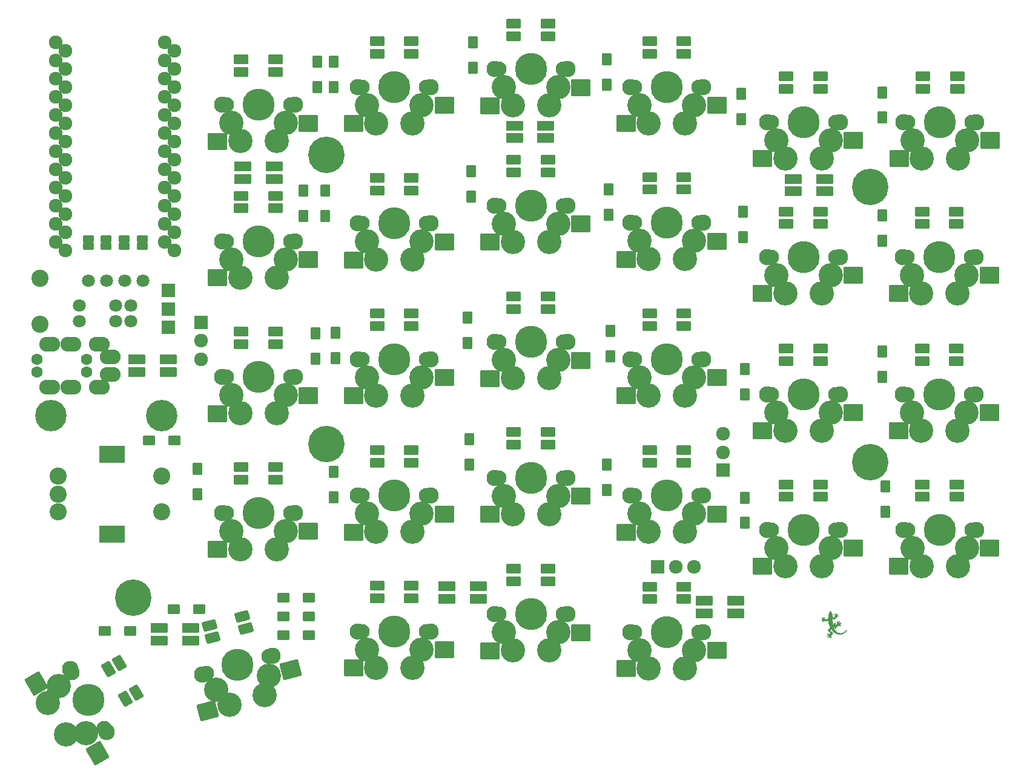
<source format=gbs>
G04 #@! TF.GenerationSoftware,KiCad,Pcbnew,8.0.4*
G04 #@! TF.CreationDate,2024-08-04T16:07:20+05:30*
G04 #@! TF.ProjectId,SofleKeyboard,536f666c-654b-4657-9962-6f6172642e6b,rev?*
G04 #@! TF.SameCoordinates,Original*
G04 #@! TF.FileFunction,Soldermask,Bot*
G04 #@! TF.FilePolarity,Negative*
%FSLAX46Y46*%
G04 Gerber Fmt 4.6, Leading zero omitted, Abs format (unit mm)*
G04 Created by KiCad (PCBNEW 8.0.4) date 2024-08-04 16:07:20*
%MOMM*%
%LPD*%
G01*
G04 APERTURE LIST*
G04 Aperture macros list*
%AMRoundRect*
0 Rectangle with rounded corners*
0 $1 Rounding radius*
0 $2 $3 $4 $5 $6 $7 $8 $9 X,Y pos of 4 corners*
0 Add a 4 corners polygon primitive as box body*
4,1,4,$2,$3,$4,$5,$6,$7,$8,$9,$2,$3,0*
0 Add four circle primitives for the rounded corners*
1,1,$1+$1,$2,$3*
1,1,$1+$1,$4,$5*
1,1,$1+$1,$6,$7*
1,1,$1+$1,$8,$9*
0 Add four rect primitives between the rounded corners*
20,1,$1+$1,$2,$3,$4,$5,0*
20,1,$1+$1,$4,$5,$6,$7,0*
20,1,$1+$1,$6,$7,$8,$9,0*
20,1,$1+$1,$8,$9,$2,$3,0*%
G04 Aperture macros list end*
%ADD10C,0.010000*%
%ADD11RoundRect,0.200000X-1.000000X-0.500000X1.000000X-0.500000X1.000000X0.500000X-1.000000X0.500000X0*%
%ADD12RoundRect,0.200000X1.000000X0.500000X-1.000000X0.500000X-1.000000X-0.500000X1.000000X-0.500000X0*%
%ADD13RoundRect,0.200000X-0.762000X0.762000X-0.762000X-0.762000X0.762000X-0.762000X0.762000X0.762000X0*%
%ADD14RoundRect,0.200000X0.762000X0.762000X-0.762000X0.762000X-0.762000X-0.762000X0.762000X-0.762000X0*%
%ADD15C,1.924000*%
%ADD16RoundRect,0.200000X0.762000X-0.762000X0.762000X0.762000X-0.762000X0.762000X-0.762000X-0.762000X0*%
%ADD17RoundRect,0.200000X0.800000X0.500000X-0.800000X0.500000X-0.800000X-0.500000X0.800000X-0.500000X0*%
%ADD18C,3.400000*%
%ADD19C,4.500000*%
%ADD20RoundRect,0.200000X-1.150000X-1.000000X1.150000X-1.000000X1.150000X1.000000X-1.150000X1.000000X0*%
%ADD21C,2.100000*%
%ADD22C,2.300000*%
%ADD23RoundRect,0.200000X-0.650000X-0.475000X0.650000X-0.475000X0.650000X0.475000X-0.650000X0.475000X0*%
%ADD24RoundRect,0.200000X-0.475000X0.650000X-0.475000X-0.650000X0.475000X-0.650000X0.475000X0.650000X0*%
%ADD25RoundRect,0.200000X-0.851996X-1.263568X1.369634X-0.668284X0.851996X1.263568X-1.369634X0.668284X0*%
%ADD26RoundRect,0.200000X0.643331X0.690018X-0.902150X0.275908X-0.643331X-0.690018X0.902150X-0.275908X0*%
%ADD27RoundRect,0.200000X-1.441025X0.495929X-0.291025X-1.495929X1.441025X-0.495929X0.291025X1.495929X0*%
%ADD28RoundRect,0.200000X0.833013X-0.442820X0.033013X0.942820X-0.833013X0.442820X-0.033013X-0.942820X0*%
%ADD29C,4.400000*%
%ADD30C,1.797000*%
%ADD31C,2.400000*%
%ADD32RoundRect,0.200000X0.571500X-0.317500X0.571500X0.317500X-0.571500X0.317500X-0.571500X-0.317500X0*%
%ADD33C,5.100000*%
%ADD34RoundRect,0.200000X-1.600000X-1.000000X1.600000X-1.000000X1.600000X1.000000X-1.600000X1.000000X0*%
%ADD35C,1.600000*%
%ADD36O,2.900000X2.100000*%
G04 APERTURE END LIST*
D10*
X200453310Y-120888130D02*
X200482944Y-120917000D01*
X200516293Y-120970369D01*
X200554984Y-121048200D01*
X200577912Y-121095136D01*
X200603123Y-121141243D01*
X200623731Y-121172905D01*
X200637070Y-121185656D01*
X200651030Y-121196906D01*
X200657379Y-121230106D01*
X200657856Y-121238687D01*
X200666004Y-121279579D01*
X200680982Y-121321798D01*
X200690156Y-121344398D01*
X200696653Y-121370671D01*
X200699095Y-121403072D01*
X200697900Y-121447974D01*
X200693489Y-121511748D01*
X200690395Y-121558997D01*
X200688666Y-121608246D01*
X200689221Y-121643248D01*
X200692111Y-121658482D01*
X200692119Y-121658489D01*
X200706536Y-121667270D01*
X200738738Y-121685129D01*
X200783962Y-121709472D01*
X200837448Y-121737703D01*
X200973345Y-121808792D01*
X201043770Y-121698371D01*
X201048112Y-121691517D01*
X201083771Y-121630604D01*
X201106347Y-121582520D01*
X201114248Y-121550606D01*
X201113115Y-121533538D01*
X201104991Y-121490432D01*
X201090975Y-121440127D01*
X201073371Y-121389017D01*
X201054483Y-121343496D01*
X201036615Y-121309956D01*
X201022070Y-121294792D01*
X201012457Y-121290056D01*
X201002679Y-121272096D01*
X201010547Y-121252634D01*
X201033964Y-121241134D01*
X201055069Y-121243779D01*
X201070565Y-121266350D01*
X201077534Y-121283913D01*
X201099873Y-121321085D01*
X201128007Y-121353866D01*
X201156212Y-121376149D01*
X201178767Y-121381826D01*
X201179545Y-121381617D01*
X201194331Y-121372301D01*
X201202076Y-121350675D01*
X201205176Y-121310243D01*
X201205672Y-121288178D01*
X201205747Y-121245843D01*
X201204663Y-121216273D01*
X201204517Y-121210944D01*
X201214085Y-121186782D01*
X201234824Y-121176958D01*
X201257711Y-121186530D01*
X201265240Y-121198657D01*
X201259225Y-121223141D01*
X201253722Y-121243780D01*
X201256625Y-121280960D01*
X201268212Y-121321074D01*
X201285541Y-121354677D01*
X201305673Y-121372326D01*
X201308464Y-121373000D01*
X201336235Y-121369215D01*
X201371663Y-121353735D01*
X201406809Y-121331479D01*
X201433728Y-121307368D01*
X201444478Y-121286325D01*
X201448594Y-121272952D01*
X201470299Y-121264100D01*
X201490760Y-121267707D01*
X201502254Y-121283914D01*
X201493510Y-121310940D01*
X201464694Y-121346352D01*
X201432369Y-121380287D01*
X201402215Y-121419205D01*
X201388787Y-121450641D01*
X201389706Y-121478797D01*
X201392447Y-121488136D01*
X201399653Y-121499407D01*
X201414705Y-121504548D01*
X201443423Y-121504864D01*
X201491626Y-121501660D01*
X201524833Y-121499504D01*
X201562816Y-121499194D01*
X201583761Y-121503451D01*
X201592724Y-121512834D01*
X201594323Y-121518218D01*
X201589990Y-121543098D01*
X201571121Y-121558383D01*
X201546142Y-121556222D01*
X201539143Y-121554370D01*
X201508821Y-121556210D01*
X201464920Y-121565384D01*
X201414328Y-121580003D01*
X201363934Y-121598180D01*
X201320628Y-121618026D01*
X201315633Y-121622004D01*
X201295012Y-121642470D01*
X201262837Y-121676596D01*
X201222420Y-121720667D01*
X201177074Y-121770970D01*
X201130114Y-121823791D01*
X201084851Y-121875416D01*
X201044600Y-121922131D01*
X201012673Y-121960222D01*
X200992384Y-121985975D01*
X200992197Y-121986078D01*
X200978931Y-121980956D01*
X200948275Y-121965695D01*
X200904551Y-121942523D01*
X200852083Y-121913667D01*
X200847535Y-121911130D01*
X200795527Y-121882606D01*
X200752534Y-121859906D01*
X200722911Y-121845274D01*
X200711012Y-121840954D01*
X200710727Y-121846417D01*
X200711960Y-121873560D01*
X200715052Y-121920233D01*
X200719745Y-121982878D01*
X200725780Y-122057940D01*
X200732899Y-122141862D01*
X200732984Y-122142839D01*
X200741936Y-122251382D01*
X200748035Y-122340471D01*
X200751458Y-122415824D01*
X200752378Y-122483160D01*
X200750971Y-122548195D01*
X200747411Y-122616650D01*
X200745982Y-122639527D01*
X200742419Y-122700832D01*
X200739909Y-122750703D01*
X200738669Y-122784505D01*
X200738917Y-122797601D01*
X200739515Y-122797436D01*
X200752903Y-122787023D01*
X200781619Y-122762530D01*
X200822808Y-122726453D01*
X200873615Y-122681288D01*
X200931185Y-122629530D01*
X200942965Y-122618897D01*
X200999878Y-122567903D01*
X201049816Y-122523761D01*
X201089830Y-122489038D01*
X201116972Y-122466297D01*
X201128292Y-122458104D01*
X201130224Y-122461783D01*
X201135513Y-122485697D01*
X201142524Y-122528172D01*
X201150573Y-122584901D01*
X201158977Y-122651575D01*
X201163474Y-122689826D01*
X201172880Y-122769814D01*
X201180831Y-122826767D01*
X201189070Y-122862168D01*
X201199338Y-122877498D01*
X201213377Y-122874241D01*
X201232930Y-122853877D01*
X201259737Y-122817889D01*
X201295542Y-122767758D01*
X201393700Y-122631608D01*
X201393700Y-122500131D01*
X201393631Y-122484894D01*
X201391323Y-122418609D01*
X201386015Y-122370301D01*
X201378074Y-122343632D01*
X201376492Y-122341045D01*
X201369497Y-122318616D01*
X201382942Y-122298115D01*
X201400696Y-122287270D01*
X201426489Y-122288385D01*
X201445173Y-122304694D01*
X201447978Y-122331672D01*
X201447255Y-122350878D01*
X201452711Y-122388956D01*
X201463835Y-122433438D01*
X201474837Y-122467615D01*
X201486971Y-122494183D01*
X201500593Y-122506006D01*
X201519885Y-122508700D01*
X201535673Y-122506838D01*
X201551789Y-122496435D01*
X201567687Y-122472297D01*
X201587726Y-122429325D01*
X201604716Y-122387628D01*
X201617439Y-122350947D01*
X201622302Y-122329206D01*
X201623057Y-122323549D01*
X201637720Y-122306461D01*
X201662197Y-122300544D01*
X201684730Y-122309509D01*
X201693593Y-122321306D01*
X201695731Y-122350124D01*
X201673713Y-122379664D01*
X201660888Y-122396249D01*
X201647785Y-122436065D01*
X201644282Y-122483250D01*
X201650729Y-122527710D01*
X201667477Y-122559347D01*
X201670251Y-122562075D01*
X201684810Y-122573658D01*
X201701505Y-122577600D01*
X201727794Y-122574226D01*
X201771134Y-122563859D01*
X201805346Y-122554069D01*
X201842035Y-122537818D01*
X201857715Y-122519935D01*
X201865284Y-122505471D01*
X201886202Y-122496845D01*
X201911860Y-122511239D01*
X201925620Y-122536868D01*
X201923089Y-122563337D01*
X201904875Y-122579602D01*
X201882810Y-122588466D01*
X201846133Y-122605441D01*
X201802846Y-122626828D01*
X201776246Y-122641400D01*
X201731487Y-122674683D01*
X201711706Y-122706468D01*
X201717079Y-122736536D01*
X201718549Y-122738486D01*
X201739660Y-122753477D01*
X201775521Y-122771207D01*
X201817757Y-122788243D01*
X201857992Y-122801155D01*
X201887849Y-122806509D01*
X201901259Y-122808520D01*
X201922059Y-122824377D01*
X201924869Y-122848751D01*
X201907144Y-122872883D01*
X201904041Y-122875093D01*
X201883564Y-122882646D01*
X201862931Y-122870043D01*
X201860263Y-122867934D01*
X201830281Y-122856016D01*
X201783143Y-122847253D01*
X201725859Y-122842064D01*
X201665441Y-122840868D01*
X201608900Y-122844084D01*
X201563249Y-122852132D01*
X201546657Y-122857608D01*
X201523450Y-122868680D01*
X201496893Y-122886058D01*
X201464080Y-122912089D01*
X201422106Y-122949121D01*
X201368065Y-122999500D01*
X201299052Y-123065576D01*
X201095250Y-123262109D01*
X201079662Y-123098129D01*
X201078788Y-123088971D01*
X201072716Y-123027084D01*
X201067286Y-122974592D01*
X201063064Y-122936795D01*
X201060612Y-122918991D01*
X201060033Y-122918175D01*
X201047049Y-122923572D01*
X201019949Y-122943325D01*
X200982251Y-122974694D01*
X200937475Y-123014936D01*
X200817800Y-123126039D01*
X200891846Y-123252344D01*
X200939141Y-123331556D01*
X201002330Y-123431122D01*
X201060488Y-123513490D01*
X201116659Y-123582288D01*
X201173883Y-123641145D01*
X201235204Y-123693689D01*
X201303663Y-123743550D01*
X201323675Y-123756812D01*
X201407416Y-123806592D01*
X201499007Y-123853771D01*
X201589275Y-123893860D01*
X201669045Y-123922369D01*
X201710149Y-123933173D01*
X201840726Y-123950823D01*
X201975949Y-123945852D01*
X202112029Y-123918911D01*
X202245176Y-123870651D01*
X202371600Y-123801721D01*
X202377237Y-123797981D01*
X202425601Y-123761569D01*
X202484138Y-123711931D01*
X202547225Y-123654340D01*
X202609239Y-123594071D01*
X202664556Y-123536400D01*
X202707554Y-123486600D01*
X202742790Y-123442150D01*
X202713517Y-123492950D01*
X202653546Y-123587309D01*
X202549276Y-123717106D01*
X202431298Y-123828765D01*
X202301703Y-123920877D01*
X202162582Y-123992030D01*
X202016028Y-124040813D01*
X201864133Y-124065816D01*
X201820897Y-124067808D01*
X201731482Y-124065588D01*
X201633428Y-124056921D01*
X201536598Y-124042799D01*
X201450850Y-124024214D01*
X201379512Y-124000837D01*
X201294379Y-123965697D01*
X201205824Y-123923371D01*
X201122406Y-123877960D01*
X201052686Y-123833560D01*
X200985140Y-123781026D01*
X200899314Y-123703183D01*
X200815742Y-123616610D01*
X200741092Y-123528294D01*
X200682034Y-123445224D01*
X200660673Y-123411764D01*
X200634102Y-123371920D01*
X200614460Y-123344630D01*
X200604916Y-123334448D01*
X200595078Y-123340976D01*
X200570210Y-123361801D01*
X200534554Y-123393541D01*
X200492117Y-123432707D01*
X200387054Y-123531215D01*
X200563352Y-123691490D01*
X200606475Y-123730471D01*
X200668632Y-123786338D01*
X200714802Y-123829081D01*
X200746202Y-123861818D01*
X200764048Y-123887667D01*
X200769555Y-123909746D01*
X200763940Y-123931175D01*
X200748419Y-123955072D01*
X200724207Y-123984556D01*
X200692522Y-124022744D01*
X200687233Y-124029327D01*
X200632009Y-124098374D01*
X200590422Y-124152149D01*
X200560389Y-124194843D01*
X200539827Y-124230648D01*
X200526652Y-124263756D01*
X200518783Y-124298358D01*
X200514137Y-124338646D01*
X200510631Y-124388811D01*
X200508114Y-124431383D01*
X200506549Y-124479159D01*
X200508115Y-124509795D01*
X200513189Y-124528222D01*
X200522148Y-124539370D01*
X200534642Y-124555782D01*
X200529387Y-124580133D01*
X200524427Y-124587697D01*
X200501559Y-124602110D01*
X200477007Y-124599417D01*
X200459364Y-124582634D01*
X200457219Y-124554780D01*
X200457604Y-124532470D01*
X200451485Y-124493116D01*
X200439923Y-124447305D01*
X200437491Y-124439235D01*
X200424448Y-124399456D01*
X200413576Y-124378440D01*
X200401062Y-124371182D01*
X200383093Y-124372674D01*
X200364600Y-124379869D01*
X200343506Y-124402148D01*
X200321801Y-124443925D01*
X200311004Y-124469388D01*
X200294467Y-124512443D01*
X200284142Y-124544699D01*
X200274892Y-124564570D01*
X200253416Y-124577086D01*
X200229482Y-124569723D01*
X200210780Y-124542693D01*
X200208827Y-124537066D01*
X200207346Y-124516329D01*
X200223693Y-124506700D01*
X200231566Y-124503337D01*
X200246295Y-124483200D01*
X200255471Y-124442609D01*
X200261224Y-124394397D01*
X200261914Y-124361828D01*
X200256588Y-124339540D01*
X200244582Y-124320067D01*
X200243666Y-124318867D01*
X200231851Y-124307023D01*
X200215854Y-124302285D01*
X200188800Y-124304096D01*
X200143811Y-124311899D01*
X200142650Y-124312119D01*
X200093766Y-124323518D01*
X200065561Y-124335989D01*
X200053420Y-124351557D01*
X200053396Y-124351630D01*
X200036412Y-124371340D01*
X200010264Y-124373852D01*
X199985336Y-124358159D01*
X199976520Y-124331960D01*
X199988914Y-124307217D01*
X200019128Y-124291067D01*
X200040828Y-124283330D01*
X200079605Y-124265607D01*
X200122502Y-124243095D01*
X200127248Y-124240414D01*
X200167546Y-124214699D01*
X200189345Y-124192615D01*
X200197510Y-124169379D01*
X200198187Y-124158357D01*
X200192957Y-124140044D01*
X200174477Y-124123540D01*
X200137607Y-124103161D01*
X200111650Y-124091359D01*
X200068523Y-124076577D01*
X200035223Y-124070800D01*
X200034469Y-124070798D01*
X200007769Y-124069205D01*
X199996700Y-124065488D01*
X199995957Y-124061187D01*
X199989620Y-124041726D01*
X199989905Y-124025517D01*
X200003929Y-124001885D01*
X200017432Y-123990003D01*
X200031698Y-123989050D01*
X200052285Y-124005604D01*
X200057930Y-124010443D01*
X200076538Y-124020895D01*
X200103724Y-124027641D01*
X200145093Y-124031721D01*
X200206250Y-124034175D01*
X200272106Y-124034321D01*
X200338164Y-124029922D01*
X200384050Y-124020839D01*
X200410392Y-124009657D01*
X200448223Y-123988821D01*
X200487225Y-123963763D01*
X200521520Y-123938562D01*
X200545229Y-123917292D01*
X200552476Y-123904032D01*
X200549763Y-123901136D01*
X200530314Y-123885088D01*
X200494696Y-123857436D01*
X200445882Y-123820442D01*
X200386842Y-123776368D01*
X200320550Y-123727476D01*
X200288047Y-123703513D01*
X200225475Y-123656601D01*
X200171993Y-123615460D01*
X200130480Y-123582363D01*
X200103814Y-123559580D01*
X200094872Y-123549381D01*
X200097203Y-123545217D01*
X200112013Y-123523114D01*
X200138569Y-123485125D01*
X200174707Y-123434305D01*
X200218262Y-123373707D01*
X200267070Y-123306386D01*
X200291783Y-123272410D01*
X200338858Y-123207531D01*
X200379981Y-123150643D01*
X200412897Y-123104880D01*
X200435350Y-123073371D01*
X200445086Y-123059249D01*
X200445192Y-123055605D01*
X200437679Y-123032389D01*
X200420395Y-122991654D01*
X200394926Y-122936857D01*
X200362854Y-122871453D01*
X200325765Y-122798899D01*
X200197707Y-122553150D01*
X200217805Y-122230310D01*
X200222370Y-122154805D01*
X200226908Y-122074278D01*
X200230431Y-122005393D01*
X200232775Y-121951575D01*
X200233779Y-121916252D01*
X200233282Y-121902847D01*
X200231996Y-121903425D01*
X200220250Y-121918227D01*
X200198652Y-121949739D01*
X200169719Y-121994209D01*
X200135967Y-122047887D01*
X200125132Y-122065373D01*
X200092541Y-122117852D01*
X200065703Y-122160898D01*
X200047150Y-122190453D01*
X200039418Y-122202461D01*
X200036802Y-122202888D01*
X200014656Y-122201395D01*
X199973812Y-122196728D01*
X199918814Y-122189436D01*
X199854206Y-122180069D01*
X199831427Y-122176677D01*
X199765515Y-122167294D01*
X199708189Y-122159741D01*
X199664951Y-122154720D01*
X199641304Y-122152933D01*
X199612187Y-122158507D01*
X199570037Y-122173484D01*
X199521362Y-122194819D01*
X199472227Y-122219464D01*
X199428698Y-122244374D01*
X199396838Y-122266503D01*
X199382713Y-122282805D01*
X199375276Y-122297040D01*
X199353076Y-122303299D01*
X199352772Y-122303239D01*
X199335536Y-122291321D01*
X199326030Y-122270531D01*
X199326499Y-122250785D01*
X199339190Y-122242000D01*
X199345659Y-122240755D01*
X199369735Y-122226069D01*
X199397855Y-122200156D01*
X199424006Y-122169735D01*
X199442176Y-122141525D01*
X199446352Y-122122245D01*
X199429955Y-122110373D01*
X199396957Y-122103474D01*
X199355843Y-122101960D01*
X199315059Y-122106136D01*
X199283050Y-122116311D01*
X199264293Y-122121722D01*
X199243263Y-122111269D01*
X199234895Y-122081433D01*
X199234903Y-122080685D01*
X199245731Y-122064223D01*
X199268412Y-122056743D01*
X199290285Y-122062560D01*
X199291945Y-122063635D01*
X199314045Y-122064061D01*
X199346608Y-122053490D01*
X199381210Y-122036072D01*
X199409425Y-122015955D01*
X199422828Y-121997289D01*
X199417882Y-121973800D01*
X199399304Y-121941604D01*
X199373193Y-121909034D01*
X199345777Y-121883822D01*
X199323283Y-121873700D01*
X199310657Y-121872436D01*
X199291387Y-121858223D01*
X199293168Y-121830396D01*
X199298653Y-121818898D01*
X199308243Y-121812548D01*
X199324994Y-121816692D01*
X199353450Y-121832694D01*
X199398155Y-121861918D01*
X199448689Y-121892678D01*
X199486268Y-121906956D01*
X199510299Y-121902353D01*
X199523054Y-121878386D01*
X199526800Y-121834571D01*
X199526078Y-121814532D01*
X199520510Y-121774125D01*
X199511244Y-121746844D01*
X199502289Y-121725419D01*
X199510390Y-121707230D01*
X199514426Y-121703704D01*
X199537361Y-121698151D01*
X199556739Y-121711887D01*
X199564900Y-121740268D01*
X199568489Y-121760730D01*
X199582676Y-121801187D01*
X199604154Y-121849484D01*
X199629151Y-121897920D01*
X199653898Y-121938792D01*
X199674624Y-121964398D01*
X199686444Y-121971356D01*
X199717868Y-121984549D01*
X199761363Y-122000200D01*
X199810942Y-122016447D01*
X199860616Y-122031427D01*
X199904396Y-122043278D01*
X199936296Y-122050137D01*
X199950326Y-122050143D01*
X199958252Y-122039744D01*
X199979213Y-122012224D01*
X200010675Y-121970909D01*
X200050145Y-121919074D01*
X200095128Y-121859995D01*
X200236102Y-121674841D01*
X200217342Y-121531171D01*
X200216384Y-121523805D01*
X200208835Y-121461743D01*
X200205222Y-121418171D01*
X200205574Y-121387074D01*
X200209920Y-121362436D01*
X200218292Y-121338243D01*
X200220730Y-121331809D01*
X200233003Y-121286612D01*
X200238000Y-121244792D01*
X200238008Y-121243160D01*
X200242487Y-121212147D01*
X200253875Y-121200595D01*
X200254388Y-121200526D01*
X200265261Y-121187691D01*
X200282259Y-121155842D01*
X200303156Y-121109544D01*
X200325722Y-121053363D01*
X200339394Y-121018368D01*
X200370434Y-120948878D01*
X200398682Y-120904032D01*
X200425765Y-120883795D01*
X200453310Y-120888130D01*
G36*
X200453310Y-120888130D02*
G01*
X200482944Y-120917000D01*
X200516293Y-120970369D01*
X200554984Y-121048200D01*
X200577912Y-121095136D01*
X200603123Y-121141243D01*
X200623731Y-121172905D01*
X200637070Y-121185656D01*
X200651030Y-121196906D01*
X200657379Y-121230106D01*
X200657856Y-121238687D01*
X200666004Y-121279579D01*
X200680982Y-121321798D01*
X200690156Y-121344398D01*
X200696653Y-121370671D01*
X200699095Y-121403072D01*
X200697900Y-121447974D01*
X200693489Y-121511748D01*
X200690395Y-121558997D01*
X200688666Y-121608246D01*
X200689221Y-121643248D01*
X200692111Y-121658482D01*
X200692119Y-121658489D01*
X200706536Y-121667270D01*
X200738738Y-121685129D01*
X200783962Y-121709472D01*
X200837448Y-121737703D01*
X200973345Y-121808792D01*
X201043770Y-121698371D01*
X201048112Y-121691517D01*
X201083771Y-121630604D01*
X201106347Y-121582520D01*
X201114248Y-121550606D01*
X201113115Y-121533538D01*
X201104991Y-121490432D01*
X201090975Y-121440127D01*
X201073371Y-121389017D01*
X201054483Y-121343496D01*
X201036615Y-121309956D01*
X201022070Y-121294792D01*
X201012457Y-121290056D01*
X201002679Y-121272096D01*
X201010547Y-121252634D01*
X201033964Y-121241134D01*
X201055069Y-121243779D01*
X201070565Y-121266350D01*
X201077534Y-121283913D01*
X201099873Y-121321085D01*
X201128007Y-121353866D01*
X201156212Y-121376149D01*
X201178767Y-121381826D01*
X201179545Y-121381617D01*
X201194331Y-121372301D01*
X201202076Y-121350675D01*
X201205176Y-121310243D01*
X201205672Y-121288178D01*
X201205747Y-121245843D01*
X201204663Y-121216273D01*
X201204517Y-121210944D01*
X201214085Y-121186782D01*
X201234824Y-121176958D01*
X201257711Y-121186530D01*
X201265240Y-121198657D01*
X201259225Y-121223141D01*
X201253722Y-121243780D01*
X201256625Y-121280960D01*
X201268212Y-121321074D01*
X201285541Y-121354677D01*
X201305673Y-121372326D01*
X201308464Y-121373000D01*
X201336235Y-121369215D01*
X201371663Y-121353735D01*
X201406809Y-121331479D01*
X201433728Y-121307368D01*
X201444478Y-121286325D01*
X201448594Y-121272952D01*
X201470299Y-121264100D01*
X201490760Y-121267707D01*
X201502254Y-121283914D01*
X201493510Y-121310940D01*
X201464694Y-121346352D01*
X201432369Y-121380287D01*
X201402215Y-121419205D01*
X201388787Y-121450641D01*
X201389706Y-121478797D01*
X201392447Y-121488136D01*
X201399653Y-121499407D01*
X201414705Y-121504548D01*
X201443423Y-121504864D01*
X201491626Y-121501660D01*
X201524833Y-121499504D01*
X201562816Y-121499194D01*
X201583761Y-121503451D01*
X201592724Y-121512834D01*
X201594323Y-121518218D01*
X201589990Y-121543098D01*
X201571121Y-121558383D01*
X201546142Y-121556222D01*
X201539143Y-121554370D01*
X201508821Y-121556210D01*
X201464920Y-121565384D01*
X201414328Y-121580003D01*
X201363934Y-121598180D01*
X201320628Y-121618026D01*
X201315633Y-121622004D01*
X201295012Y-121642470D01*
X201262837Y-121676596D01*
X201222420Y-121720667D01*
X201177074Y-121770970D01*
X201130114Y-121823791D01*
X201084851Y-121875416D01*
X201044600Y-121922131D01*
X201012673Y-121960222D01*
X200992384Y-121985975D01*
X200992197Y-121986078D01*
X200978931Y-121980956D01*
X200948275Y-121965695D01*
X200904551Y-121942523D01*
X200852083Y-121913667D01*
X200847535Y-121911130D01*
X200795527Y-121882606D01*
X200752534Y-121859906D01*
X200722911Y-121845274D01*
X200711012Y-121840954D01*
X200710727Y-121846417D01*
X200711960Y-121873560D01*
X200715052Y-121920233D01*
X200719745Y-121982878D01*
X200725780Y-122057940D01*
X200732899Y-122141862D01*
X200732984Y-122142839D01*
X200741936Y-122251382D01*
X200748035Y-122340471D01*
X200751458Y-122415824D01*
X200752378Y-122483160D01*
X200750971Y-122548195D01*
X200747411Y-122616650D01*
X200745982Y-122639527D01*
X200742419Y-122700832D01*
X200739909Y-122750703D01*
X200738669Y-122784505D01*
X200738917Y-122797601D01*
X200739515Y-122797436D01*
X200752903Y-122787023D01*
X200781619Y-122762530D01*
X200822808Y-122726453D01*
X200873615Y-122681288D01*
X200931185Y-122629530D01*
X200942965Y-122618897D01*
X200999878Y-122567903D01*
X201049816Y-122523761D01*
X201089830Y-122489038D01*
X201116972Y-122466297D01*
X201128292Y-122458104D01*
X201130224Y-122461783D01*
X201135513Y-122485697D01*
X201142524Y-122528172D01*
X201150573Y-122584901D01*
X201158977Y-122651575D01*
X201163474Y-122689826D01*
X201172880Y-122769814D01*
X201180831Y-122826767D01*
X201189070Y-122862168D01*
X201199338Y-122877498D01*
X201213377Y-122874241D01*
X201232930Y-122853877D01*
X201259737Y-122817889D01*
X201295542Y-122767758D01*
X201393700Y-122631608D01*
X201393700Y-122500131D01*
X201393631Y-122484894D01*
X201391323Y-122418609D01*
X201386015Y-122370301D01*
X201378074Y-122343632D01*
X201376492Y-122341045D01*
X201369497Y-122318616D01*
X201382942Y-122298115D01*
X201400696Y-122287270D01*
X201426489Y-122288385D01*
X201445173Y-122304694D01*
X201447978Y-122331672D01*
X201447255Y-122350878D01*
X201452711Y-122388956D01*
X201463835Y-122433438D01*
X201474837Y-122467615D01*
X201486971Y-122494183D01*
X201500593Y-122506006D01*
X201519885Y-122508700D01*
X201535673Y-122506838D01*
X201551789Y-122496435D01*
X201567687Y-122472297D01*
X201587726Y-122429325D01*
X201604716Y-122387628D01*
X201617439Y-122350947D01*
X201622302Y-122329206D01*
X201623057Y-122323549D01*
X201637720Y-122306461D01*
X201662197Y-122300544D01*
X201684730Y-122309509D01*
X201693593Y-122321306D01*
X201695731Y-122350124D01*
X201673713Y-122379664D01*
X201660888Y-122396249D01*
X201647785Y-122436065D01*
X201644282Y-122483250D01*
X201650729Y-122527710D01*
X201667477Y-122559347D01*
X201670251Y-122562075D01*
X201684810Y-122573658D01*
X201701505Y-122577600D01*
X201727794Y-122574226D01*
X201771134Y-122563859D01*
X201805346Y-122554069D01*
X201842035Y-122537818D01*
X201857715Y-122519935D01*
X201865284Y-122505471D01*
X201886202Y-122496845D01*
X201911860Y-122511239D01*
X201925620Y-122536868D01*
X201923089Y-122563337D01*
X201904875Y-122579602D01*
X201882810Y-122588466D01*
X201846133Y-122605441D01*
X201802846Y-122626828D01*
X201776246Y-122641400D01*
X201731487Y-122674683D01*
X201711706Y-122706468D01*
X201717079Y-122736536D01*
X201718549Y-122738486D01*
X201739660Y-122753477D01*
X201775521Y-122771207D01*
X201817757Y-122788243D01*
X201857992Y-122801155D01*
X201887849Y-122806509D01*
X201901259Y-122808520D01*
X201922059Y-122824377D01*
X201924869Y-122848751D01*
X201907144Y-122872883D01*
X201904041Y-122875093D01*
X201883564Y-122882646D01*
X201862931Y-122870043D01*
X201860263Y-122867934D01*
X201830281Y-122856016D01*
X201783143Y-122847253D01*
X201725859Y-122842064D01*
X201665441Y-122840868D01*
X201608900Y-122844084D01*
X201563249Y-122852132D01*
X201546657Y-122857608D01*
X201523450Y-122868680D01*
X201496893Y-122886058D01*
X201464080Y-122912089D01*
X201422106Y-122949121D01*
X201368065Y-122999500D01*
X201299052Y-123065576D01*
X201095250Y-123262109D01*
X201079662Y-123098129D01*
X201078788Y-123088971D01*
X201072716Y-123027084D01*
X201067286Y-122974592D01*
X201063064Y-122936795D01*
X201060612Y-122918991D01*
X201060033Y-122918175D01*
X201047049Y-122923572D01*
X201019949Y-122943325D01*
X200982251Y-122974694D01*
X200937475Y-123014936D01*
X200817800Y-123126039D01*
X200891846Y-123252344D01*
X200939141Y-123331556D01*
X201002330Y-123431122D01*
X201060488Y-123513490D01*
X201116659Y-123582288D01*
X201173883Y-123641145D01*
X201235204Y-123693689D01*
X201303663Y-123743550D01*
X201323675Y-123756812D01*
X201407416Y-123806592D01*
X201499007Y-123853771D01*
X201589275Y-123893860D01*
X201669045Y-123922369D01*
X201710149Y-123933173D01*
X201840726Y-123950823D01*
X201975949Y-123945852D01*
X202112029Y-123918911D01*
X202245176Y-123870651D01*
X202371600Y-123801721D01*
X202377237Y-123797981D01*
X202425601Y-123761569D01*
X202484138Y-123711931D01*
X202547225Y-123654340D01*
X202609239Y-123594071D01*
X202664556Y-123536400D01*
X202707554Y-123486600D01*
X202742790Y-123442150D01*
X202713517Y-123492950D01*
X202653546Y-123587309D01*
X202549276Y-123717106D01*
X202431298Y-123828765D01*
X202301703Y-123920877D01*
X202162582Y-123992030D01*
X202016028Y-124040813D01*
X201864133Y-124065816D01*
X201820897Y-124067808D01*
X201731482Y-124065588D01*
X201633428Y-124056921D01*
X201536598Y-124042799D01*
X201450850Y-124024214D01*
X201379512Y-124000837D01*
X201294379Y-123965697D01*
X201205824Y-123923371D01*
X201122406Y-123877960D01*
X201052686Y-123833560D01*
X200985140Y-123781026D01*
X200899314Y-123703183D01*
X200815742Y-123616610D01*
X200741092Y-123528294D01*
X200682034Y-123445224D01*
X200660673Y-123411764D01*
X200634102Y-123371920D01*
X200614460Y-123344630D01*
X200604916Y-123334448D01*
X200595078Y-123340976D01*
X200570210Y-123361801D01*
X200534554Y-123393541D01*
X200492117Y-123432707D01*
X200387054Y-123531215D01*
X200563352Y-123691490D01*
X200606475Y-123730471D01*
X200668632Y-123786338D01*
X200714802Y-123829081D01*
X200746202Y-123861818D01*
X200764048Y-123887667D01*
X200769555Y-123909746D01*
X200763940Y-123931175D01*
X200748419Y-123955072D01*
X200724207Y-123984556D01*
X200692522Y-124022744D01*
X200687233Y-124029327D01*
X200632009Y-124098374D01*
X200590422Y-124152149D01*
X200560389Y-124194843D01*
X200539827Y-124230648D01*
X200526652Y-124263756D01*
X200518783Y-124298358D01*
X200514137Y-124338646D01*
X200510631Y-124388811D01*
X200508114Y-124431383D01*
X200506549Y-124479159D01*
X200508115Y-124509795D01*
X200513189Y-124528222D01*
X200522148Y-124539370D01*
X200534642Y-124555782D01*
X200529387Y-124580133D01*
X200524427Y-124587697D01*
X200501559Y-124602110D01*
X200477007Y-124599417D01*
X200459364Y-124582634D01*
X200457219Y-124554780D01*
X200457604Y-124532470D01*
X200451485Y-124493116D01*
X200439923Y-124447305D01*
X200437491Y-124439235D01*
X200424448Y-124399456D01*
X200413576Y-124378440D01*
X200401062Y-124371182D01*
X200383093Y-124372674D01*
X200364600Y-124379869D01*
X200343506Y-124402148D01*
X200321801Y-124443925D01*
X200311004Y-124469388D01*
X200294467Y-124512443D01*
X200284142Y-124544699D01*
X200274892Y-124564570D01*
X200253416Y-124577086D01*
X200229482Y-124569723D01*
X200210780Y-124542693D01*
X200208827Y-124537066D01*
X200207346Y-124516329D01*
X200223693Y-124506700D01*
X200231566Y-124503337D01*
X200246295Y-124483200D01*
X200255471Y-124442609D01*
X200261224Y-124394397D01*
X200261914Y-124361828D01*
X200256588Y-124339540D01*
X200244582Y-124320067D01*
X200243666Y-124318867D01*
X200231851Y-124307023D01*
X200215854Y-124302285D01*
X200188800Y-124304096D01*
X200143811Y-124311899D01*
X200142650Y-124312119D01*
X200093766Y-124323518D01*
X200065561Y-124335989D01*
X200053420Y-124351557D01*
X200053396Y-124351630D01*
X200036412Y-124371340D01*
X200010264Y-124373852D01*
X199985336Y-124358159D01*
X199976520Y-124331960D01*
X199988914Y-124307217D01*
X200019128Y-124291067D01*
X200040828Y-124283330D01*
X200079605Y-124265607D01*
X200122502Y-124243095D01*
X200127248Y-124240414D01*
X200167546Y-124214699D01*
X200189345Y-124192615D01*
X200197510Y-124169379D01*
X200198187Y-124158357D01*
X200192957Y-124140044D01*
X200174477Y-124123540D01*
X200137607Y-124103161D01*
X200111650Y-124091359D01*
X200068523Y-124076577D01*
X200035223Y-124070800D01*
X200034469Y-124070798D01*
X200007769Y-124069205D01*
X199996700Y-124065488D01*
X199995957Y-124061187D01*
X199989620Y-124041726D01*
X199989905Y-124025517D01*
X200003929Y-124001885D01*
X200017432Y-123990003D01*
X200031698Y-123989050D01*
X200052285Y-124005604D01*
X200057930Y-124010443D01*
X200076538Y-124020895D01*
X200103724Y-124027641D01*
X200145093Y-124031721D01*
X200206250Y-124034175D01*
X200272106Y-124034321D01*
X200338164Y-124029922D01*
X200384050Y-124020839D01*
X200410392Y-124009657D01*
X200448223Y-123988821D01*
X200487225Y-123963763D01*
X200521520Y-123938562D01*
X200545229Y-123917292D01*
X200552476Y-123904032D01*
X200549763Y-123901136D01*
X200530314Y-123885088D01*
X200494696Y-123857436D01*
X200445882Y-123820442D01*
X200386842Y-123776368D01*
X200320550Y-123727476D01*
X200288047Y-123703513D01*
X200225475Y-123656601D01*
X200171993Y-123615460D01*
X200130480Y-123582363D01*
X200103814Y-123559580D01*
X200094872Y-123549381D01*
X200097203Y-123545217D01*
X200112013Y-123523114D01*
X200138569Y-123485125D01*
X200174707Y-123434305D01*
X200218262Y-123373707D01*
X200267070Y-123306386D01*
X200291783Y-123272410D01*
X200338858Y-123207531D01*
X200379981Y-123150643D01*
X200412897Y-123104880D01*
X200435350Y-123073371D01*
X200445086Y-123059249D01*
X200445192Y-123055605D01*
X200437679Y-123032389D01*
X200420395Y-122991654D01*
X200394926Y-122936857D01*
X200362854Y-122871453D01*
X200325765Y-122798899D01*
X200197707Y-122553150D01*
X200217805Y-122230310D01*
X200222370Y-122154805D01*
X200226908Y-122074278D01*
X200230431Y-122005393D01*
X200232775Y-121951575D01*
X200233779Y-121916252D01*
X200233282Y-121902847D01*
X200231996Y-121903425D01*
X200220250Y-121918227D01*
X200198652Y-121949739D01*
X200169719Y-121994209D01*
X200135967Y-122047887D01*
X200125132Y-122065373D01*
X200092541Y-122117852D01*
X200065703Y-122160898D01*
X200047150Y-122190453D01*
X200039418Y-122202461D01*
X200036802Y-122202888D01*
X200014656Y-122201395D01*
X199973812Y-122196728D01*
X199918814Y-122189436D01*
X199854206Y-122180069D01*
X199831427Y-122176677D01*
X199765515Y-122167294D01*
X199708189Y-122159741D01*
X199664951Y-122154720D01*
X199641304Y-122152933D01*
X199612187Y-122158507D01*
X199570037Y-122173484D01*
X199521362Y-122194819D01*
X199472227Y-122219464D01*
X199428698Y-122244374D01*
X199396838Y-122266503D01*
X199382713Y-122282805D01*
X199375276Y-122297040D01*
X199353076Y-122303299D01*
X199352772Y-122303239D01*
X199335536Y-122291321D01*
X199326030Y-122270531D01*
X199326499Y-122250785D01*
X199339190Y-122242000D01*
X199345659Y-122240755D01*
X199369735Y-122226069D01*
X199397855Y-122200156D01*
X199424006Y-122169735D01*
X199442176Y-122141525D01*
X199446352Y-122122245D01*
X199429955Y-122110373D01*
X199396957Y-122103474D01*
X199355843Y-122101960D01*
X199315059Y-122106136D01*
X199283050Y-122116311D01*
X199264293Y-122121722D01*
X199243263Y-122111269D01*
X199234895Y-122081433D01*
X199234903Y-122080685D01*
X199245731Y-122064223D01*
X199268412Y-122056743D01*
X199290285Y-122062560D01*
X199291945Y-122063635D01*
X199314045Y-122064061D01*
X199346608Y-122053490D01*
X199381210Y-122036072D01*
X199409425Y-122015955D01*
X199422828Y-121997289D01*
X199417882Y-121973800D01*
X199399304Y-121941604D01*
X199373193Y-121909034D01*
X199345777Y-121883822D01*
X199323283Y-121873700D01*
X199310657Y-121872436D01*
X199291387Y-121858223D01*
X199293168Y-121830396D01*
X199298653Y-121818898D01*
X199308243Y-121812548D01*
X199324994Y-121816692D01*
X199353450Y-121832694D01*
X199398155Y-121861918D01*
X199448689Y-121892678D01*
X199486268Y-121906956D01*
X199510299Y-121902353D01*
X199523054Y-121878386D01*
X199526800Y-121834571D01*
X199526078Y-121814532D01*
X199520510Y-121774125D01*
X199511244Y-121746844D01*
X199502289Y-121725419D01*
X199510390Y-121707230D01*
X199514426Y-121703704D01*
X199537361Y-121698151D01*
X199556739Y-121711887D01*
X199564900Y-121740268D01*
X199568489Y-121760730D01*
X199582676Y-121801187D01*
X199604154Y-121849484D01*
X199629151Y-121897920D01*
X199653898Y-121938792D01*
X199674624Y-121964398D01*
X199686444Y-121971356D01*
X199717868Y-121984549D01*
X199761363Y-122000200D01*
X199810942Y-122016447D01*
X199860616Y-122031427D01*
X199904396Y-122043278D01*
X199936296Y-122050137D01*
X199950326Y-122050143D01*
X199958252Y-122039744D01*
X199979213Y-122012224D01*
X200010675Y-121970909D01*
X200050145Y-121919074D01*
X200095128Y-121859995D01*
X200236102Y-121674841D01*
X200217342Y-121531171D01*
X200216384Y-121523805D01*
X200208835Y-121461743D01*
X200205222Y-121418171D01*
X200205574Y-121387074D01*
X200209920Y-121362436D01*
X200218292Y-121338243D01*
X200220730Y-121331809D01*
X200233003Y-121286612D01*
X200238000Y-121244792D01*
X200238008Y-121243160D01*
X200242487Y-121212147D01*
X200253875Y-121200595D01*
X200254388Y-121200526D01*
X200265261Y-121187691D01*
X200282259Y-121155842D01*
X200303156Y-121109544D01*
X200325722Y-121053363D01*
X200339394Y-121018368D01*
X200370434Y-120948878D01*
X200398682Y-120904032D01*
X200425765Y-120883795D01*
X200453310Y-120888130D01*
G37*
D11*
X106650000Y-123255000D03*
X106650000Y-125005000D03*
X111050000Y-125005000D03*
X111050000Y-123255000D03*
D12*
X122700000Y-60375000D03*
X122700000Y-58625000D03*
X118300000Y-58625000D03*
X118300000Y-60375000D03*
D11*
X156300000Y-52915000D03*
X156300000Y-54665000D03*
X160700000Y-54665000D03*
X160700000Y-52915000D03*
D12*
X199700000Y-62125000D03*
X199700000Y-60375000D03*
X195300000Y-60375000D03*
X195300000Y-62125000D03*
D11*
X146883600Y-117387600D03*
X146883600Y-119137600D03*
X151283600Y-119137600D03*
X151283600Y-117387600D03*
X182850000Y-119445000D03*
X182850000Y-121195000D03*
X187250000Y-121195000D03*
X187250000Y-119445000D03*
X103550000Y-85625000D03*
X103550000Y-87375000D03*
X107950000Y-87375000D03*
X107950000Y-85625000D03*
D13*
X107900000Y-81100000D03*
D14*
X107900000Y-78600000D03*
X107900000Y-76000000D03*
D15*
X112500000Y-85600000D03*
X112500000Y-83000000D03*
D16*
X112500000Y-80500000D03*
D17*
X218200000Y-46025000D03*
X218200000Y-47775000D03*
X213400000Y-47775000D03*
X213400000Y-46025000D03*
D18*
X213260000Y-57480000D03*
D19*
X215800000Y-52400000D03*
D20*
X210100000Y-57520000D03*
D18*
X219610000Y-54940000D03*
D21*
X220300000Y-52400000D03*
D18*
X218340000Y-57480000D03*
D21*
X211300000Y-52400000D03*
D22*
X210720000Y-52400000D03*
D18*
X211990000Y-54940001D03*
D22*
X220880000Y-52400000D03*
D20*
X222800000Y-54980000D03*
X165600000Y-104770000D03*
D22*
X163680000Y-102190000D03*
D18*
X154790000Y-104730001D03*
D22*
X153520000Y-102190000D03*
D21*
X154100000Y-102190000D03*
D18*
X161140000Y-107270000D03*
D21*
X163100000Y-102190000D03*
D18*
X162410000Y-104730000D03*
D20*
X152900000Y-107310000D03*
D19*
X158600000Y-102190000D03*
D18*
X156060000Y-107270000D03*
D17*
X156200000Y-95815000D03*
X156200000Y-97565000D03*
X161000000Y-97565000D03*
X161000000Y-95815000D03*
D20*
X203700000Y-112080000D03*
D22*
X201780000Y-109500000D03*
D18*
X192890000Y-112040001D03*
D22*
X191620000Y-109500000D03*
D21*
X192200000Y-109500000D03*
D18*
X199240000Y-114580000D03*
D21*
X201200000Y-109500000D03*
D18*
X200510000Y-112040000D03*
D20*
X191000000Y-114620000D03*
D19*
X196700000Y-109500000D03*
D18*
X194160000Y-114580000D03*
D17*
X194300000Y-103125000D03*
X194300000Y-104875000D03*
X199100000Y-104875000D03*
X199100000Y-103125000D03*
D20*
X222700000Y-73880000D03*
D22*
X220780000Y-71300000D03*
D18*
X211890000Y-73840001D03*
D22*
X210620000Y-71300000D03*
D21*
X211200000Y-71300000D03*
D18*
X218240000Y-76380000D03*
D21*
X220200000Y-71300000D03*
D18*
X219510000Y-73840000D03*
D20*
X210000000Y-76420000D03*
D19*
X215700000Y-71300000D03*
D18*
X213160000Y-76380000D03*
D17*
X213300000Y-64925000D03*
X213300000Y-66675000D03*
X218100000Y-66675000D03*
X218100000Y-64925000D03*
D20*
X203700000Y-73880000D03*
D22*
X201780000Y-71300000D03*
D18*
X192890000Y-73840001D03*
D22*
X191620000Y-71300000D03*
D21*
X192200000Y-71300000D03*
D18*
X199240000Y-76380000D03*
D21*
X201200000Y-71300000D03*
D18*
X200510000Y-73840000D03*
D20*
X191000000Y-76420000D03*
D19*
X196700000Y-71300000D03*
D18*
X194160000Y-76380000D03*
D17*
X194300000Y-64925000D03*
X194300000Y-66675000D03*
X199100000Y-66675000D03*
X199100000Y-64925000D03*
D20*
X203700000Y-93080000D03*
D22*
X201780000Y-90500000D03*
D18*
X192890000Y-93040001D03*
D22*
X191620000Y-90500000D03*
D21*
X192200000Y-90500000D03*
D18*
X199240000Y-95580000D03*
D21*
X201200000Y-90500000D03*
D18*
X200510000Y-93040000D03*
D20*
X191000000Y-95620000D03*
D19*
X196700000Y-90500000D03*
D18*
X194160000Y-95580000D03*
D17*
X194300000Y-84125000D03*
X194300000Y-85875000D03*
X199100000Y-85875000D03*
X199100000Y-84125000D03*
D20*
X146500000Y-50080000D03*
D22*
X144580000Y-47500000D03*
D18*
X135690000Y-50040001D03*
D22*
X134420000Y-47500000D03*
D21*
X135000000Y-47500000D03*
D18*
X142040000Y-52580000D03*
D21*
X144000000Y-47500000D03*
D18*
X143310000Y-50040000D03*
D20*
X133800000Y-52620000D03*
D19*
X139500000Y-47500000D03*
D18*
X136960000Y-52580000D03*
D17*
X137100000Y-41125000D03*
X137100000Y-42875000D03*
X141900000Y-42875000D03*
X141900000Y-41125000D03*
D23*
X127580000Y-119020000D03*
X124030000Y-119020000D03*
X124000000Y-121600000D03*
X127550000Y-121600000D03*
X127550000Y-124200000D03*
X124000000Y-124200000D03*
X112199800Y-120624800D03*
X108649800Y-120624800D03*
X102575000Y-123600000D03*
X99025000Y-123600000D03*
X108775000Y-97000000D03*
X105225000Y-97000000D03*
D24*
X208200000Y-106950000D03*
X208200000Y-103400000D03*
X188500000Y-108525000D03*
X188500000Y-104975000D03*
X169250000Y-103925000D03*
X169250000Y-100375000D03*
X150000000Y-100340000D03*
X150000000Y-96790000D03*
X131000000Y-104950000D03*
X131000000Y-101400000D03*
X112000000Y-104525000D03*
X112000000Y-100975000D03*
X207750000Y-88050000D03*
X207750000Y-84500000D03*
X188500000Y-90550000D03*
X188500000Y-87000000D03*
X169725000Y-85200000D03*
X169725000Y-81650000D03*
X149750000Y-83340000D03*
X149750000Y-79790000D03*
X131250000Y-85450000D03*
X131250000Y-81900000D03*
X128500000Y-85550000D03*
X128500000Y-82000000D03*
X207750000Y-69050000D03*
X207750000Y-65500000D03*
X188250000Y-68550000D03*
X188250000Y-65000000D03*
X169500000Y-65425000D03*
X169500000Y-61875000D03*
X150250000Y-62840000D03*
X150250000Y-59290000D03*
X129800000Y-65575000D03*
X129800000Y-62025000D03*
X126800000Y-65550000D03*
X126800000Y-62000000D03*
X207750000Y-51800000D03*
X207750000Y-48250000D03*
X188000000Y-52025000D03*
X188000000Y-48475000D03*
X169250000Y-47200000D03*
X169250000Y-43650000D03*
X150500000Y-44815000D03*
X150500000Y-41265000D03*
X131000000Y-47555500D03*
X131000000Y-44005500D03*
X128750000Y-47550000D03*
X128750000Y-44000000D03*
D20*
X184600000Y-126380000D03*
D22*
X182680000Y-123800000D03*
D18*
X173790000Y-126340001D03*
D22*
X172520000Y-123800000D03*
D21*
X173100000Y-123800000D03*
D18*
X180140000Y-128880000D03*
D21*
X182100000Y-123800000D03*
D18*
X181410000Y-126340000D03*
D20*
X171900000Y-128920000D03*
D19*
X177600000Y-123800000D03*
D18*
X175060000Y-128880000D03*
D17*
X175200000Y-117425000D03*
X175200000Y-119175000D03*
X180000000Y-119175000D03*
X180000000Y-117425000D03*
D20*
X165600000Y-123870000D03*
D22*
X163680000Y-121290000D03*
D18*
X154790000Y-123830001D03*
D22*
X153520000Y-121290000D03*
D21*
X154100000Y-121290000D03*
D18*
X161140000Y-126370000D03*
D21*
X163100000Y-121290000D03*
D18*
X162410000Y-123830000D03*
D20*
X152900000Y-126410000D03*
D19*
X158600000Y-121290000D03*
D18*
X156060000Y-126370000D03*
D17*
X156200000Y-114915000D03*
X156200000Y-116665000D03*
X161000000Y-116665000D03*
X161000000Y-114915000D03*
D20*
X146500000Y-126280000D03*
D22*
X144580000Y-123700000D03*
D18*
X135690000Y-126240001D03*
D22*
X134420000Y-123700000D03*
D21*
X135000000Y-123700000D03*
D18*
X142040000Y-128780000D03*
D21*
X144000000Y-123700000D03*
D18*
X143310000Y-126240000D03*
D20*
X133800000Y-128820000D03*
D19*
X139500000Y-123700000D03*
D18*
X136960000Y-128780000D03*
D17*
X137100000Y-117325000D03*
X137100000Y-119075000D03*
X141900000Y-119075000D03*
X141900000Y-117325000D03*
D25*
X125029234Y-129080355D03*
D22*
X122506903Y-127085199D03*
D18*
X114577223Y-131839553D03*
D22*
X112693097Y-129714801D03*
D21*
X113253334Y-129564686D03*
D18*
X121368252Y-132649503D03*
D21*
X121946666Y-127235314D03*
D18*
X121937578Y-129867351D03*
D25*
X113419376Y-134820809D03*
D19*
X117600000Y-128400000D03*
D18*
X116461349Y-133964304D03*
D26*
X113631807Y-122863389D03*
X114084740Y-124553759D03*
X118721184Y-123311427D03*
X118268251Y-121621057D03*
D27*
X97975654Y-140752178D03*
D22*
X99250000Y-137799409D03*
D18*
X92605295Y-131370444D03*
D22*
X94170000Y-129000591D03*
D21*
X94460000Y-129502886D03*
D18*
X93580591Y-138139705D03*
D21*
X98960000Y-137297114D03*
D18*
X96415295Y-137969557D03*
D27*
X89425950Y-131023655D03*
D19*
X96750000Y-133330000D03*
D18*
X91040591Y-133740295D03*
D28*
X101030912Y-128134039D03*
X99515367Y-129009039D03*
X101915367Y-133165961D03*
X103430912Y-132290961D03*
D20*
X222750000Y-112080000D03*
D22*
X220830000Y-109500000D03*
D18*
X211940000Y-112040001D03*
D22*
X210670000Y-109500000D03*
D21*
X211250000Y-109500000D03*
D18*
X218290000Y-114580000D03*
D21*
X220250000Y-109500000D03*
D18*
X219560000Y-112040000D03*
D20*
X210050000Y-114620000D03*
D19*
X215750000Y-109500000D03*
D18*
X213210000Y-114580000D03*
D17*
X213350000Y-103125000D03*
X213350000Y-104875000D03*
X218150000Y-104875000D03*
X218150000Y-103125000D03*
D20*
X184600000Y-107280000D03*
D22*
X182680000Y-104700000D03*
D18*
X173790000Y-107240001D03*
D22*
X172520000Y-104700000D03*
D21*
X173100000Y-104700000D03*
D18*
X180140000Y-109780000D03*
D21*
X182100000Y-104700000D03*
D18*
X181410000Y-107240000D03*
D20*
X171900000Y-109820000D03*
D19*
X177600000Y-104700000D03*
D18*
X175060000Y-109780000D03*
D17*
X175200000Y-98325000D03*
X175200000Y-100075000D03*
X180000000Y-100075000D03*
X180000000Y-98325000D03*
D20*
X146500000Y-107280000D03*
D22*
X144580000Y-104700000D03*
D18*
X135690000Y-107240001D03*
D22*
X134420000Y-104700000D03*
D21*
X135000000Y-104700000D03*
D18*
X142040000Y-109780000D03*
D21*
X144000000Y-104700000D03*
D18*
X143310000Y-107240000D03*
D20*
X133800000Y-109820000D03*
D19*
X139500000Y-104700000D03*
D18*
X136960000Y-109780000D03*
D17*
X137100000Y-98325000D03*
X137100000Y-100075000D03*
X141900000Y-100075000D03*
X141900000Y-98325000D03*
D20*
X127500000Y-109680000D03*
D22*
X125580000Y-107100000D03*
D18*
X116690000Y-109640001D03*
D22*
X115420000Y-107100000D03*
D21*
X116000000Y-107100000D03*
D18*
X123040000Y-112180000D03*
D21*
X125000000Y-107100000D03*
D18*
X124310000Y-109640000D03*
D20*
X114800000Y-112220000D03*
D19*
X120500000Y-107100000D03*
D18*
X117960000Y-112180000D03*
D17*
X118100000Y-100725000D03*
X118100000Y-102475000D03*
X122900000Y-102475000D03*
X122900000Y-100725000D03*
D20*
X222700000Y-93080000D03*
D22*
X220780000Y-90500000D03*
D18*
X211890000Y-93040001D03*
D22*
X210620000Y-90500000D03*
D21*
X211200000Y-90500000D03*
D18*
X218240000Y-95580000D03*
D21*
X220200000Y-90500000D03*
D18*
X219510000Y-93040000D03*
D20*
X210000000Y-95620000D03*
D19*
X215700000Y-90500000D03*
D18*
X213160000Y-95580000D03*
D17*
X213300000Y-84125000D03*
X213300000Y-85875000D03*
X218100000Y-85875000D03*
X218100000Y-84125000D03*
D20*
X184600000Y-88180000D03*
D22*
X182680000Y-85600000D03*
D18*
X173790000Y-88140001D03*
D22*
X172520000Y-85600000D03*
D21*
X173100000Y-85600000D03*
D18*
X180140000Y-90680000D03*
D21*
X182100000Y-85600000D03*
D18*
X181410000Y-88140000D03*
D20*
X171900000Y-90720000D03*
D19*
X177600000Y-85600000D03*
D18*
X175060000Y-90680000D03*
D17*
X175200000Y-79225000D03*
X175200000Y-80975000D03*
X180000000Y-80975000D03*
X180000000Y-79225000D03*
D20*
X165600000Y-85770000D03*
D22*
X163680000Y-83190000D03*
D18*
X154790000Y-85730001D03*
D22*
X153520000Y-83190000D03*
D21*
X154100000Y-83190000D03*
D18*
X161140000Y-88270000D03*
D21*
X163100000Y-83190000D03*
D18*
X162410000Y-85730000D03*
D20*
X152900000Y-88310000D03*
D19*
X158600000Y-83190000D03*
D18*
X156060000Y-88270000D03*
D17*
X156200000Y-76815000D03*
X156200000Y-78565000D03*
X161000000Y-78565000D03*
X161000000Y-76815000D03*
D20*
X146500000Y-88180000D03*
D22*
X144580000Y-85600000D03*
D18*
X135690000Y-88140001D03*
D22*
X134420000Y-85600000D03*
D21*
X135000000Y-85600000D03*
D18*
X142040000Y-90680000D03*
D21*
X144000000Y-85600000D03*
D18*
X143310000Y-88140000D03*
D20*
X133800000Y-90720000D03*
D19*
X139500000Y-85600000D03*
D18*
X136960000Y-90680000D03*
D17*
X137100000Y-79225000D03*
X137100000Y-80975000D03*
X141900000Y-80975000D03*
X141900000Y-79225000D03*
D20*
X127500000Y-90680000D03*
D22*
X125580000Y-88100000D03*
D18*
X116690000Y-90640001D03*
D22*
X115420000Y-88100000D03*
D21*
X116000000Y-88100000D03*
D18*
X123040000Y-93180000D03*
D21*
X125000000Y-88100000D03*
D18*
X124310000Y-90640000D03*
D20*
X114800000Y-93220000D03*
D19*
X120500000Y-88100000D03*
D18*
X117960000Y-93180000D03*
D17*
X118100000Y-81725000D03*
X118100000Y-83475000D03*
X122900000Y-83475000D03*
X122900000Y-81725000D03*
D20*
X184600000Y-69080000D03*
D22*
X182680000Y-66500000D03*
D18*
X173790000Y-69040001D03*
D22*
X172520000Y-66500000D03*
D21*
X173100000Y-66500000D03*
D18*
X180140000Y-71580000D03*
D21*
X182100000Y-66500000D03*
D18*
X181410000Y-69040000D03*
D20*
X171900000Y-71620000D03*
D19*
X177600000Y-66500000D03*
D18*
X175060000Y-71580000D03*
D17*
X175200000Y-60125000D03*
X175200000Y-61875000D03*
X180000000Y-61875000D03*
X180000000Y-60125000D03*
D20*
X165600000Y-66670000D03*
D22*
X163680000Y-64090000D03*
D18*
X154790000Y-66630001D03*
D22*
X153520000Y-64090000D03*
D21*
X154100000Y-64090000D03*
D18*
X161140000Y-69170000D03*
D21*
X163100000Y-64090000D03*
D18*
X162410000Y-66630000D03*
D20*
X152900000Y-69210000D03*
D19*
X158600000Y-64090000D03*
D18*
X156060000Y-69170000D03*
D17*
X156200000Y-57715000D03*
X156200000Y-59465000D03*
X161000000Y-59465000D03*
X161000000Y-57715000D03*
D20*
X146500000Y-69180000D03*
D22*
X144580000Y-66600000D03*
D18*
X135690000Y-69140001D03*
D22*
X134420000Y-66600000D03*
D21*
X135000000Y-66600000D03*
D18*
X142040000Y-71680000D03*
D21*
X144000000Y-66600000D03*
D18*
X143310000Y-69140000D03*
D20*
X133800000Y-71720000D03*
D19*
X139500000Y-66600000D03*
D18*
X136960000Y-71680000D03*
D17*
X137100000Y-60225000D03*
X137100000Y-61975000D03*
X141900000Y-61975000D03*
X141900000Y-60225000D03*
D20*
X127500000Y-71680000D03*
D22*
X125580000Y-69100000D03*
D18*
X116690000Y-71640001D03*
D22*
X115420000Y-69100000D03*
D21*
X116000000Y-69100000D03*
D18*
X123040000Y-74180000D03*
D21*
X125000000Y-69100000D03*
D18*
X124310000Y-71640000D03*
D20*
X114800000Y-74220000D03*
D19*
X120500000Y-69100000D03*
D18*
X117960000Y-74180000D03*
D17*
X118100000Y-62725000D03*
X118100000Y-64475000D03*
X122900000Y-64475000D03*
X122900000Y-62725000D03*
D20*
X203700000Y-54980000D03*
D22*
X201780000Y-52400000D03*
D18*
X192890000Y-54940001D03*
D22*
X191620000Y-52400000D03*
D21*
X192200000Y-52400000D03*
D18*
X199240000Y-57480000D03*
D21*
X201200000Y-52400000D03*
D18*
X200510000Y-54940000D03*
D20*
X191000000Y-57520000D03*
D19*
X196700000Y-52400000D03*
D18*
X194160000Y-57480000D03*
D17*
X194300000Y-46025000D03*
X194300000Y-47775000D03*
X199100000Y-47775000D03*
X199100000Y-46025000D03*
D20*
X184600000Y-50080000D03*
D22*
X182680000Y-47500000D03*
D18*
X173790000Y-50040001D03*
D22*
X172520000Y-47500000D03*
D21*
X173100000Y-47500000D03*
D18*
X180140000Y-52580000D03*
D21*
X182100000Y-47500000D03*
D18*
X181410000Y-50040000D03*
D20*
X171900000Y-52620000D03*
D19*
X177600000Y-47500000D03*
D18*
X175060000Y-52580000D03*
D17*
X175200000Y-41125000D03*
X175200000Y-42875000D03*
X180000000Y-42875000D03*
X180000000Y-41125000D03*
D20*
X165600000Y-47580000D03*
D22*
X163680000Y-45000000D03*
D18*
X154790000Y-47540001D03*
D22*
X153520000Y-45000000D03*
D21*
X154100000Y-45000000D03*
D18*
X161140000Y-50080000D03*
D21*
X163100000Y-45000000D03*
D18*
X162410000Y-47540000D03*
D20*
X152900000Y-50120000D03*
D19*
X158600000Y-45000000D03*
D18*
X156060000Y-50080000D03*
D17*
X156200000Y-38625000D03*
X156200000Y-40375000D03*
X161000000Y-40375000D03*
X161000000Y-38625000D03*
D20*
X127500000Y-52580000D03*
D22*
X125580000Y-50000000D03*
D18*
X116690000Y-52540001D03*
D22*
X115420000Y-50000000D03*
D21*
X116000000Y-50000000D03*
D18*
X123040000Y-55080000D03*
D21*
X125000000Y-50000000D03*
D18*
X124310000Y-52540000D03*
D20*
X114800000Y-55120000D03*
D19*
X120500000Y-50000000D03*
D18*
X117960000Y-55080000D03*
D17*
X118100000Y-43625000D03*
X118100000Y-45375000D03*
X122900000Y-45375000D03*
X122900000Y-43625000D03*
D15*
X181427000Y-114706600D03*
X178827000Y-114706600D03*
D14*
X176327000Y-114706600D03*
D15*
X185500000Y-96050000D03*
X185500000Y-98650000D03*
D13*
X185500000Y-101150000D03*
D15*
X93478815Y-47505745D03*
X108718815Y-65285745D03*
X93478815Y-57665745D03*
X108718815Y-55125745D03*
X108718815Y-50045745D03*
X93478815Y-67825745D03*
X108718815Y-47505745D03*
X108718815Y-42425745D03*
X93478815Y-62745745D03*
X108718815Y-70365745D03*
X93478815Y-55125745D03*
X93478815Y-44965745D03*
X93478815Y-50045745D03*
X93478815Y-52585745D03*
X93478815Y-65285745D03*
X93478815Y-60205745D03*
X108718815Y-62745745D03*
X108718815Y-60205745D03*
X93478815Y-70365745D03*
X108718815Y-67825745D03*
X108718815Y-44965745D03*
X93478815Y-42425745D03*
X108718815Y-57665745D03*
X108718815Y-52585745D03*
X92180000Y-41230000D03*
X92180000Y-43770000D03*
X92180000Y-46310000D03*
X92180000Y-48850000D03*
X92180000Y-51390000D03*
X92180000Y-53930000D03*
X92180000Y-56470000D03*
X92180000Y-59010000D03*
X92180000Y-61550000D03*
X92180000Y-64090000D03*
X92180000Y-66630000D03*
X92180000Y-69170000D03*
X107420000Y-69170000D03*
X107420000Y-66630000D03*
X107420000Y-64090000D03*
X107420000Y-61550000D03*
X107420000Y-59010000D03*
X107420000Y-56470000D03*
X107420000Y-53930000D03*
X107420000Y-51390000D03*
X107420000Y-48850000D03*
X107420000Y-46310000D03*
X107420000Y-43770000D03*
X107420000Y-41230000D03*
D29*
X107000000Y-93500000D03*
X91500000Y-93500000D03*
D30*
X104320000Y-74600000D03*
X101780000Y-74600000D03*
X99240000Y-74600000D03*
X96700000Y-74600000D03*
D31*
X90000000Y-80750000D03*
X90000000Y-74250000D03*
D32*
X96700000Y-68799620D03*
X96700000Y-69800380D03*
X99200000Y-68799620D03*
X99200000Y-69800380D03*
X101700000Y-68799620D03*
X101700000Y-69800380D03*
X104300000Y-68799620D03*
X104300000Y-69800380D03*
D30*
X100579272Y-80311965D03*
X95499272Y-80311965D03*
X100579272Y-78061965D03*
X95499272Y-78061965D03*
X102700000Y-78100000D03*
X102700000Y-80300000D03*
D33*
X206000000Y-100000000D03*
X130000000Y-97500000D03*
X130000000Y-57000000D03*
D31*
X107000000Y-107000000D03*
X107000000Y-102000000D03*
D34*
X100000000Y-110100000D03*
X100000000Y-98900000D03*
D31*
X92500000Y-107000000D03*
X92500000Y-104500000D03*
X92500000Y-102000000D03*
D33*
X103000000Y-119000000D03*
X206000000Y-61500000D03*
D35*
X96500000Y-87400000D03*
X89500000Y-87400000D03*
D36*
X98300000Y-89500000D03*
X99800000Y-85300000D03*
X91300000Y-89500000D03*
X94300000Y-89500000D03*
D35*
X89500000Y-85650000D03*
X96500000Y-85650000D03*
D36*
X91300000Y-83550000D03*
X94300000Y-83550000D03*
X98300000Y-83550000D03*
X99800000Y-87750000D03*
M02*

</source>
